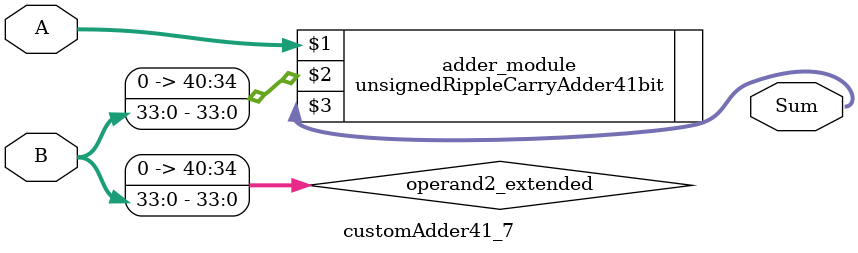
<source format=v>
module customAdder41_7(
                        input [40 : 0] A,
                        input [33 : 0] B,
                        
                        output [41 : 0] Sum
                );

        wire [40 : 0] operand2_extended;
        
        assign operand2_extended =  {7'b0, B};
        
        unsignedRippleCarryAdder41bit adder_module(
            A,
            operand2_extended,
            Sum
        );
        
        endmodule
        
</source>
